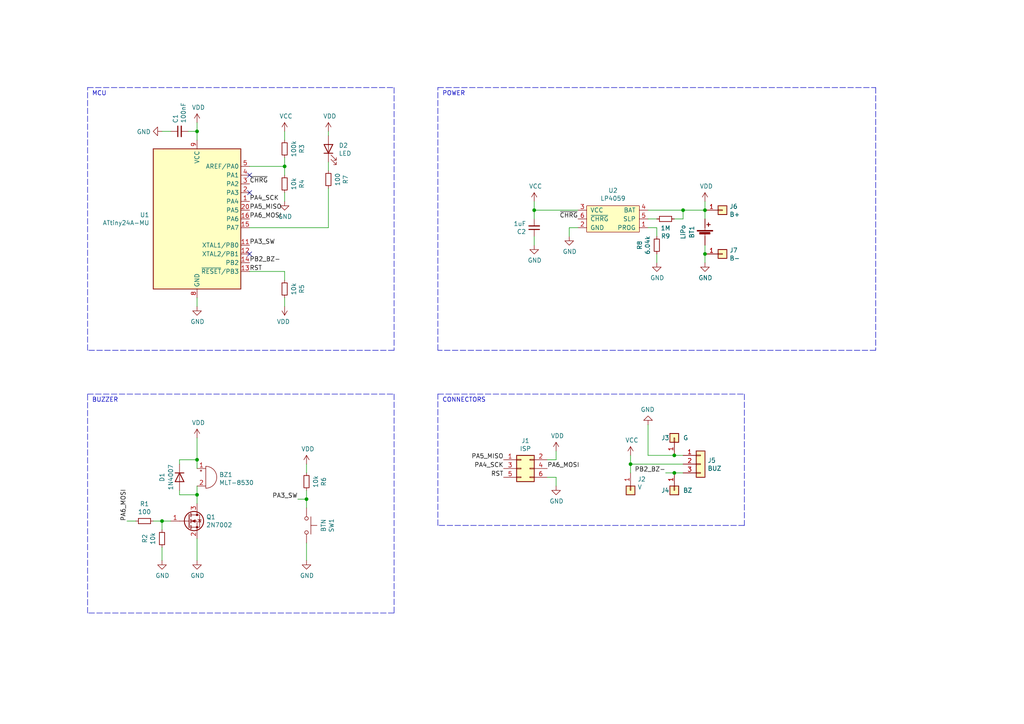
<source format=kicad_sch>
(kicad_sch (version 20211123) (generator eeschema)
  (paper "A4")
  (lib_symbols
    (symbol "Connector_Generic:Conn_01x01" (pin_names (offset 1.016) hide)
      (property "Reference" "J" (at 0 2.54 0))
      (property "Value" "Conn_01x01" (at 0 -2.54 0))
      (symbol "Conn_01x01_1_1"
        (rectangle (start -1.27 0.127) (end 0 -0.127) (stroke (width 0.1524)))
        (rectangle (start -1.27 1.27) (end 1.27 -1.27) (stroke (width 0.254)) (fill (type background)))
        (pin passive line (at -5.08 0 0) (length 3.81) (name "Pin_1") (number "1"))
      )
    )
    (symbol "Connector_Generic:Conn_01x03" (pin_names (offset 1.016) hide)
      (property "Reference" "J" (at 0 5.08 0))
      (property "Value" "Conn_01x03" (at 0 -5.08 0))
      (symbol "Conn_01x03_1_1"
        (rectangle (start -1.27 -2.413) (end 0 -2.667) (stroke (width 0.1524)))
        (rectangle (start -1.27 0.127) (end 0 -0.127) (stroke (width 0.1524)))
        (rectangle (start -1.27 2.667) (end 0 2.413) (stroke (width 0.1524)))
        (rectangle (start -1.27 3.81) (end 1.27 -3.81) (stroke (width 0.254)) (fill (type background)))
        (pin passive line (at -5.08 2.54 0) (length 3.81) (name "Pin_1") (number "1"))
        (pin passive line (at -5.08 0 0) (length 3.81) (name "Pin_2") (number "2"))
        (pin passive line (at -5.08 -2.54 0) (length 3.81) (name "Pin_3") (number "3"))
      )
    )
    (symbol "Connector_Generic:Conn_02x03_Odd_Even" (pin_names (offset 1.016) hide)
      (property "Reference" "J" (at 1.27 5.08 0))
      (property "Value" "Conn_02x03_Odd_Even" (at 1.27 -5.08 0))
      (symbol "Conn_02x03_Odd_Even_1_1"
        (rectangle (start -1.27 -2.413) (end 0 -2.667) (stroke (width 0.1524)))
        (rectangle (start -1.27 0.127) (end 0 -0.127) (stroke (width 0.1524)))
        (rectangle (start -1.27 2.667) (end 0 2.413) (stroke (width 0.1524)))
        (rectangle (start -1.27 3.81) (end 3.81 -3.81) (stroke (width 0.254)) (fill (type background)))
        (rectangle (start 3.81 -2.413) (end 2.54 -2.667) (stroke (width 0.1524)))
        (rectangle (start 3.81 0.127) (end 2.54 -0.127) (stroke (width 0.1524)))
        (rectangle (start 3.81 2.667) (end 2.54 2.413) (stroke (width 0.1524)))
        (pin passive line (at -5.08 2.54 0) (length 3.81) (name "Pin_1") (number "1"))
        (pin passive line (at 7.62 2.54 180) (length 3.81) (name "Pin_2") (number "2"))
        (pin passive line (at -5.08 0 0) (length 3.81) (name "Pin_3") (number "3"))
        (pin passive line (at 7.62 0 180) (length 3.81) (name "Pin_4") (number "4"))
        (pin passive line (at -5.08 -2.54 0) (length 3.81) (name "Pin_5") (number "5"))
        (pin passive line (at 7.62 -2.54 180) (length 3.81) (name "Pin_6") (number "6"))
      )
    )
    (symbol "Device:Battery_Cell" (pin_numbers hide) (pin_names (offset 0) hide)
      (property "Reference" "BT" (at 2.54 2.54 0))
      (property "Value" "Battery_Cell" (at 2.54 0 0))
      (symbol "Battery_Cell_0_1"
        (rectangle (start -2.286 1.778) (end 2.286 1.524) (fill (type outline)))
        (rectangle (start -1.5748 1.1938) (end 1.4732 0.6858) (fill (type outline)))
        (polyline (pts (xy 0 0.762) (xy 0 0)))
        (polyline (pts (xy 0 1.778) (xy 0 2.54)))
        (polyline (pts (xy 0.508 3.429) (xy 1.524 3.429)) (stroke (width 0.254)))
        (polyline (pts (xy 1.016 3.937) (xy 1.016 2.921)) (stroke (width 0.254)))
      )
      (symbol "Battery_Cell_1_1"
        (pin passive line (at 0 5.08 270) (length 2.54) (name "+") (number "1"))
        (pin passive line (at 0 -2.54 90) (length 2.54) (name "-") (number "2"))
      )
    )
    (symbol "Device:Buzzer" (pin_names (offset 0.0254) hide)
      (property "Reference" "BZ" (at 3.81 1.27 0))
      (property "Value" "Buzzer" (at 3.81 -1.27 0))
      (symbol "Buzzer_0_1"
        (arc (start 0 -3.175) (mid 3.175 0) (end 0 3.175))
        (polyline (pts (xy -1.651 1.905) (xy -1.143 1.905)))
        (polyline (pts (xy -1.397 2.159) (xy -1.397 1.651)))
        (polyline (pts (xy 0 3.175) (xy 0 -3.175)))
      )
      (symbol "Buzzer_1_1"
        (pin passive line (at -2.54 2.54 0) (length 2.54) (name "-") (number "1"))
        (pin passive line (at -2.54 -2.54 0) (length 2.54) (name "+") (number "2"))
      )
    )
    (symbol "Device:C_Small" (pin_numbers hide) (pin_names (offset 0.254) hide)
      (property "Reference" "C" (at 0.254 1.778 0))
      (property "Value" "C_Small" (at 0.254 -2.032 0))
      (symbol "C_Small_0_1"
        (polyline (pts (xy -1.524 -0.508) (xy 1.524 -0.508)) (stroke (width 0.3302)))
        (polyline (pts (xy -1.524 0.508) (xy 1.524 0.508)) (stroke (width 0.3048)))
      )
      (symbol "C_Small_1_1"
        (pin passive line (at 0 2.54 270) (length 2.032) (name "~") (number "1"))
        (pin passive line (at 0 -2.54 90) (length 2.032) (name "~") (number "2"))
      )
    )
    (symbol "Device:LED" (pin_numbers hide) (pin_names (offset 1.016) hide)
      (property "Reference" "D" (at 0 2.54 0))
      (property "Value" "LED" (at 0 -2.54 0))
      (symbol "LED_0_1"
        (polyline (pts (xy -1.27 -1.27) (xy -1.27 1.27)) (stroke (width 0.254)))
        (polyline (pts (xy -1.27 0) (xy 1.27 0)))
        (polyline (pts (xy 1.27 -1.27) (xy 1.27 1.27) (xy -1.27 0) (xy 1.27 -1.27)) (stroke (width 0.254)))
        (polyline (pts (xy -3.048 -0.762) (xy -4.572 -2.286) (xy -3.81 -2.286) (xy -4.572 -2.286) (xy -4.572 -1.524)))
        (polyline (pts (xy -1.778 -0.762) (xy -3.302 -2.286) (xy -2.54 -2.286) (xy -3.302 -2.286) (xy -3.302 -1.524)))
      )
      (symbol "LED_1_1"
        (pin passive line (at -3.81 0 0) (length 2.54) (name "K") (number "1"))
        (pin passive line (at 3.81 0 180) (length 2.54) (name "A") (number "2"))
      )
    )
    (symbol "Device:R_Small" (pin_numbers hide) (pin_names (offset 0.254) hide)
      (property "Reference" "R" (at 0.762 0.508 0))
      (property "Value" "R_Small" (at 0.762 -1.016 0))
      (symbol "R_Small_0_1"
        (rectangle (start -0.762 1.778) (end 0.762 -1.778) (stroke (width 0.2032)))
      )
      (symbol "R_Small_1_1"
        (pin passive line (at 0 2.54 270) (length 0.762) (name "~") (number "1"))
        (pin passive line (at 0 -2.54 90) (length 0.762) (name "~") (number "2"))
      )
    )
    (symbol "Diode:1N4007" (pin_numbers hide) (pin_names hide)
      (property "Reference" "D" (at 0 2.54 0))
      (property "Value" "1N4007" (at 0 -2.54 0))
      (symbol "1N4007_0_1"
        (polyline (pts (xy -1.27 1.27) (xy -1.27 -1.27)) (stroke (width 0.254)))
        (polyline (pts (xy 1.27 0) (xy -1.27 0)))
        (polyline (pts (xy 1.27 1.27) (xy 1.27 -1.27) (xy -1.27 0) (xy 1.27 1.27)) (stroke (width 0.254)))
      )
      (symbol "1N4007_1_1"
        (pin passive line (at -3.81 0 0) (length 2.54) (name "K") (number "1"))
        (pin passive line (at 3.81 0 180) (length 2.54) (name "A") (number "2"))
      )
    )
    (symbol "MCU_Microchip_ATtiny:ATtiny24A-M"
      (property "Reference" "U" (at -12.7 21.59 0))
      (property "Value" "ATtiny24A-M" (at 2.54 -21.59 0))
      (symbol "ATtiny24A-M_0_1"
        (rectangle (start -12.7 -20.32) (end 12.7 20.32) (stroke (width 0.254)) (fill (type background)))
      )
      (symbol "ATtiny24A-M_1_1"
        (pin bidirectional line (at 15.24 5.08 180) (length 2.54) (name "PA4") (number "1"))
        (pin no_connect line (at -12.7 -10.16 0) (length 2.54) hide (name "NC") (number "10"))
        (pin bidirectional line (at 15.24 -7.62 180) (length 2.54) (name "XTAL1/PB0") (number "11"))
        (pin bidirectional line (at 15.24 -10.16 180) (length 2.54) (name "XTAL2/PB1") (number "12"))
        (pin bidirectional line (at 15.24 -15.24 180) (length 2.54) (name "~{RESET}/PB3") (number "13"))
        (pin bidirectional line (at 15.24 -12.7 180) (length 2.54) (name "PB2") (number "14"))
        (pin bidirectional line (at 15.24 -2.54 180) (length 2.54) (name "PA7") (number "15"))
        (pin bidirectional line (at 15.24 0 180) (length 2.54) (name "PA6") (number "16"))
        (pin no_connect line (at -12.7 -12.7 0) (length 2.54) hide (name "NC") (number "17"))
        (pin no_connect line (at -12.7 -15.24 0) (length 2.54) hide (name "NC") (number "18"))
        (pin no_connect line (at -12.7 -17.78 0) (length 2.54) hide (name "NC") (number "19"))
        (pin bidirectional line (at 15.24 7.62 180) (length 2.54) (name "PA3") (number "2"))
        (pin bidirectional line (at 15.24 2.54 180) (length 2.54) (name "PA5") (number "20"))
        (pin passive line (at 0 -22.86 90) (length 2.54) hide (name "GND") (number "21"))
        (pin bidirectional line (at 15.24 10.16 180) (length 2.54) (name "PA2") (number "3"))
        (pin bidirectional line (at 15.24 12.7 180) (length 2.54) (name "PA1") (number "4"))
        (pin bidirectional line (at 15.24 15.24 180) (length 2.54) (name "AREF/PA0") (number "5"))
        (pin no_connect line (at -12.7 -5.08 0) (length 2.54) hide (name "NC") (number "6"))
        (pin no_connect line (at -12.7 -7.62 0) (length 2.54) hide (name "NC") (number "7"))
        (pin power_in line (at 0 -22.86 90) (length 2.54) (name "GND") (number "8"))
        (pin power_in line (at 0 22.86 270) (length 2.54) (name "VCC") (number "9"))
      )
    )
    (symbol "Switch:SW_Push" (pin_numbers hide) (pin_names (offset 1.016) hide)
      (property "Reference" "SW" (at 1.27 2.54 0))
      (property "Value" "SW_Push" (at 0 -1.524 0))
      (symbol "SW_Push_0_1"
        (circle (center -2.032 0) (radius 0.508))
        (polyline (pts (xy 0 1.27) (xy 0 3.048)))
        (polyline (pts (xy 2.54 1.27) (xy -2.54 1.27)))
        (circle (center 2.032 0) (radius 0.508))
        (pin passive line (at -5.08 0 0) (length 2.54) (name "1") (number "1"))
        (pin passive line (at 5.08 0 180) (length 2.54) (name "2") (number "2"))
      )
    )
    (symbol "Symbol_Misc:LP4059" (pin_names (offset 1.016))
      (property "Reference" "U" (at 0 5.08 0))
      (property "Value" "LP4059" (at 0 -5.08 0))
      (symbol "LP4059_0_1"
        (rectangle (start -7.62 3.81) (end 7.62 -3.81) (fill (type background)))
      )
      (symbol "LP4059_1_1"
        (pin passive line (at 10.16 -2.54 180) (length 2.54) (name "PROG") (number "1"))
        (pin passive line (at -10.16 -2.54 0) (length 2.54) (name "GND") (number "2"))
        (pin passive line (at -10.16 2.54 0) (length 2.54) (name "VCC") (number "3"))
        (pin passive line (at 10.16 2.54 180) (length 2.54) (name "BAT") (number "4"))
        (pin passive line (at 10.16 0 180) (length 2.54) (name "SLP") (number "5"))
        (pin passive line (at -10.16 0 0) (length 2.54) (name "~{CHRG}") (number "6"))
      )
    )
    (symbol "Transistor_FET:2N7002" (pin_names hide)
      (property "Reference" "Q" (at 5.08 1.905 0))
      (property "Value" "2N7002" (at 5.08 0 0))
      (symbol "2N7002_0_1"
        (polyline (pts (xy 0.254 0) (xy -2.54 0)))
        (polyline (pts (xy 0.254 1.905) (xy 0.254 -1.905)) (stroke (width 0.254)))
        (polyline (pts (xy 0.762 -1.27) (xy 0.762 -2.286)) (stroke (width 0.254)))
        (polyline (pts (xy 0.762 0.508) (xy 0.762 -0.508)) (stroke (width 0.254)))
        (polyline (pts (xy 0.762 2.286) (xy 0.762 1.27)) (stroke (width 0.254)))
        (polyline (pts (xy 2.54 2.54) (xy 2.54 1.778)))
        (polyline (pts (xy 2.54 -2.54) (xy 2.54 0) (xy 0.762 0)))
        (polyline (pts (xy 0.762 -1.778) (xy 3.302 -1.778) (xy 3.302 1.778) (xy 0.762 1.778)))
        (polyline (pts (xy 1.016 0) (xy 2.032 0.381) (xy 2.032 -0.381) (xy 1.016 0)) (fill (type outline)))
        (polyline (pts (xy 2.794 0.508) (xy 2.921 0.381) (xy 3.683 0.381) (xy 3.81 0.254)))
        (polyline (pts (xy 3.302 0.381) (xy 2.921 -0.254) (xy 3.683 -0.254) (xy 3.302 0.381)))
        (circle (center 1.651 0) (radius 2.794) (stroke (width 0.254)))
        (circle (center 2.54 -1.778) (radius 0.254) (fill (type outline)))
        (circle (center 2.54 1.778) (radius 0.254) (fill (type outline)))
      )
      (symbol "2N7002_1_1"
        (pin input line (at -5.08 0 0) (length 2.54) (name "G") (number "1"))
        (pin passive line (at 2.54 -5.08 90) (length 2.54) (name "S") (number "2"))
        (pin passive line (at 2.54 5.08 270) (length 2.54) (name "D") (number "3"))
      )
    )
    (symbol "power:GND" (power) (pin_names (offset 0))
      (property "Value" "GND" (at 0 -3.81 0))
      (symbol "GND_0_1"
        (polyline (pts (xy 0 0) (xy 0 -1.27) (xy 1.27 -1.27) (xy 0 -2.54) (xy -1.27 -1.27) (xy 0 -1.27)))
      )
      (symbol "GND_1_1"
        (pin power_in line (at 0 0 270) (length 0) hide (name "GND") (number "1"))
      )
    )
    (symbol "power:VCC" (power) (pin_names (offset 0))
      (property "Value" "VCC" (at 0 3.81 0))
      (symbol "VCC_0_1"
        (polyline (pts (xy -0.762 1.27) (xy 0 2.54)))
        (polyline (pts (xy 0 0) (xy 0 2.54)))
        (polyline (pts (xy 0 2.54) (xy 0.762 1.27)))
      )
      (symbol "VCC_1_1"
        (pin power_in line (at 0 0 90) (length 0) hide (name "VCC") (number "1"))
      )
    )
    (symbol "power:VDD" (power) (pin_names (offset 0))
      (property "Value" "VDD" (at 0 3.81 0))
      (symbol "VDD_0_1"
        (polyline (pts (xy -0.762 1.27) (xy 0 2.54)))
        (polyline (pts (xy 0 0) (xy 0 2.54)))
        (polyline (pts (xy 0 2.54) (xy 0.762 1.27)))
      )
      (symbol "VDD_1_1"
        (pin power_in line (at 0 0 90) (length 0) hide (name "VDD") (number "1"))
      )
    )
  )
  (junction (at 198.12 60.96))
  (junction (at 195.58 137.16))
  (junction (at 154.94 60.96))
  (junction (at 204.47 60.96))
  (junction (at 204.47 73.66))
  (junction (at 182.88 134.62))
  (junction (at 57.15 38.1))
  (junction (at 57.15 133.35))
  (junction (at 195.58 132.08))
  (junction (at 46.99 151.13))
  (junction (at 82.55 48.26))
  (junction (at 88.9 144.78))
  (junction (at 57.15 143.51))
  (no_connect (at 72.39 73.66))
  (no_connect (at 72.39 55.88))
  (no_connect (at 72.39 50.8))
  (wire (pts (xy 95.25 39.37) (xy 95.25 38.1)))
  (wire (pts (xy 82.55 58.42) (xy 82.55 55.88)))
  (wire (pts (xy 57.15 133.35) (xy 57.15 127)))
  (wire (pts (xy 161.29 138.43) (xy 158.75 138.43)))
  (wire (pts (xy 161.29 130.81) (xy 161.29 133.35)))
  (wire (pts (xy 204.47 63.5) (xy 204.47 60.96)))
  (wire (pts (xy 95.25 54.61) (xy 95.25 66.04)))
  (wire (pts (xy 161.29 140.97) (xy 161.29 138.43)))
  (polyline (pts (xy 114.3 114.3) (xy 114.3 177.8)))
  (wire (pts (xy 72.39 48.26) (xy 82.55 48.26)))
  (wire (pts (xy 187.96 66.04) (xy 190.5 66.04)))
  (wire (pts (xy 46.99 153.67) (xy 46.99 151.13)))
  (polyline (pts (xy 215.9 114.3) (xy 215.9 152.4)))
  (wire (pts (xy 46.99 151.13) (xy 44.45 151.13)))
  (wire (pts (xy 204.47 73.66) (xy 204.47 76.2)))
  (wire (pts (xy 88.9 157.48) (xy 88.9 162.56)))
  (wire (pts (xy 82.55 78.74) (xy 82.55 81.28)))
  (wire (pts (xy 52.07 143.51) (xy 57.15 143.51)))
  (wire (pts (xy 154.94 60.96) (xy 167.64 60.96)))
  (wire (pts (xy 57.15 86.36) (xy 57.15 88.9)))
  (wire (pts (xy 88.9 137.16) (xy 88.9 134.62)))
  (wire (pts (xy 88.9 144.78) (xy 88.9 147.32)))
  (wire (pts (xy 187.96 60.96) (xy 198.12 60.96)))
  (wire (pts (xy 57.15 38.1) (xy 54.61 38.1)))
  (wire (pts (xy 82.55 48.26) (xy 82.55 50.8)))
  (wire (pts (xy 57.15 156.21) (xy 57.15 162.56)))
  (wire (pts (xy 198.12 132.08) (xy 195.58 132.08)))
  (wire (pts (xy 190.5 73.66) (xy 190.5 76.2)))
  (polyline (pts (xy 25.4 114.3) (xy 114.3 114.3)))
  (polyline (pts (xy 114.3 25.4) (xy 114.3 101.6)))
  (wire (pts (xy 195.58 132.08) (xy 187.96 132.08)))
  (wire (pts (xy 72.39 78.74) (xy 82.55 78.74)))
  (wire (pts (xy 49.53 38.1) (xy 46.99 38.1)))
  (polyline (pts (xy 127 114.3) (xy 215.9 114.3)))
  (wire (pts (xy 165.1 68.58) (xy 165.1 66.04)))
  (polyline (pts (xy 114.3 177.8) (xy 25.4 177.8)))
  (wire (pts (xy 52.07 133.35) (xy 57.15 133.35)))
  (polyline (pts (xy 127 25.4) (xy 254 25.4)))
  (wire (pts (xy 82.55 88.9) (xy 82.55 86.36)))
  (wire (pts (xy 154.94 60.96) (xy 154.94 63.5)))
  (polyline (pts (xy 215.9 152.4) (xy 127 152.4)))
  (polyline (pts (xy 254 25.4) (xy 254 101.6)))
  (wire (pts (xy 187.96 132.08) (xy 187.96 123.19)))
  (wire (pts (xy 57.15 35.56) (xy 57.15 38.1)))
  (polyline (pts (xy 254 101.6) (xy 127 101.6)))
  (wire (pts (xy 182.88 132.08) (xy 182.88 134.62)))
  (wire (pts (xy 154.94 71.12) (xy 154.94 68.58)))
  (wire (pts (xy 57.15 135.89) (xy 57.15 133.35)))
  (wire (pts (xy 57.15 140.97) (xy 57.15 143.51)))
  (wire (pts (xy 198.12 63.5) (xy 198.12 60.96)))
  (wire (pts (xy 195.58 137.16) (xy 193.04 137.16)))
  (wire (pts (xy 187.96 63.5) (xy 190.5 63.5)))
  (wire (pts (xy 88.9 144.78) (xy 86.36 144.78)))
  (wire (pts (xy 195.58 63.5) (xy 198.12 63.5)))
  (polyline (pts (xy 127 152.4) (xy 127 114.3)))
  (polyline (pts (xy 25.4 101.6) (xy 25.4 25.4)))
  (wire (pts (xy 57.15 38.1) (xy 57.15 40.64)))
  (wire (pts (xy 182.88 134.62) (xy 182.88 137.16)))
  (polyline (pts (xy 25.4 25.4) (xy 114.3 25.4)))
  (wire (pts (xy 52.07 142.24) (xy 52.07 143.51)))
  (wire (pts (xy 57.15 143.51) (xy 57.15 146.05)))
  (wire (pts (xy 52.07 134.62) (xy 52.07 133.35)))
  (wire (pts (xy 198.12 137.16) (xy 195.58 137.16)))
  (wire (pts (xy 198.12 60.96) (xy 204.47 60.96)))
  (wire (pts (xy 46.99 158.75) (xy 46.99 162.56)))
  (wire (pts (xy 82.55 40.64) (xy 82.55 38.1)))
  (wire (pts (xy 165.1 66.04) (xy 167.64 66.04)))
  (wire (pts (xy 46.99 151.13) (xy 49.53 151.13)))
  (wire (pts (xy 82.55 45.72) (xy 82.55 48.26)))
  (wire (pts (xy 88.9 142.24) (xy 88.9 144.78)))
  (polyline (pts (xy 127 101.6) (xy 127 25.4)))
  (wire (pts (xy 198.12 134.62) (xy 182.88 134.62)))
  (polyline (pts (xy 114.3 101.6) (xy 25.4 101.6)))
  (polyline (pts (xy 25.4 177.8) (xy 25.4 114.3)))
  (wire (pts (xy 39.37 151.13) (xy 36.83 151.13)))
  (wire (pts (xy 204.47 60.96) (xy 204.47 58.42)))
  (wire (pts (xy 95.25 49.53) (xy 95.25 46.99)))
  (wire (pts (xy 161.29 133.35) (xy 158.75 133.35)))
  (wire (pts (xy 204.47 71.12) (xy 204.47 73.66)))
  (wire (pts (xy 154.94 58.42) (xy 154.94 60.96)))
  (wire (pts (xy 95.25 66.04) (xy 72.39 66.04)))
  (wire (pts (xy 190.5 66.04) (xy 190.5 68.58)))
  (text "POWER" (at 128.27 27.94 0) (effects (font (size 1.27 1.27)) (justify left bottom)))
  (text "MCU" (at 26.67 27.94 0) (effects (font (size 1.27 1.27)) (justify left bottom)))
  (text "BUZZER\n" (at 26.67 116.84 0) (effects (font (size 1.27 1.27)) (justify left bottom)))
  (text "CONNECTORS" (at 128.27 116.84 0) (effects (font (size 1.27 1.27)) (justify left bottom)))
  (label "PA5_MISO" (at 146.05 133.35 180))
  (label "PA3_SW" (at 72.39 71.12 0))
  (label "PA6_MOSI" (at 158.75 135.89 0))
  (label "PA6_MOSI" (at 36.83 151.13 90))
  (label "PA5_MISO" (at 72.39 60.96 0))
  (label "~{CHRG}" (at 72.39 53.34 0))
  (label "~{CHRG}" (at 167.64 63.5 180))
  (label "PA6_MOSI" (at 72.39 63.5 0))
  (label "RST" (at 146.05 138.43 180))
  (label "PA4_SCK" (at 72.39 58.42 0))
  (label "PA3_SW" (at 86.36 144.78 180))
  (label "RST" (at 72.39 78.74 0))
  (label "PB2_BZ-" (at 193.04 137.16 180))
  (label "PA4_SCK" (at 146.05 135.89 180))
  (label "PB2_BZ-" (at 72.39 76.2 0))
  (symbol (lib_id "Symbol_Misc:LP4059") (at 177.8 63.5 0) (unit 1)
    (property "Reference" "U2" (at 177.8 55.245 0))
    (property "Value" "LP4059" (at 177.8 57.5564 0))
    (property "Footprint" "Package_DFN_QFN:DFN-6-1EP_2x2mm_P0.65mm_EP1x1.6mm" (effects hide))
    (property "Datasheet" "https://datasheet.lcsc.com/lcsc/2004281203_LOWPOWER-LP4059QVF_C517025.pdf" (effects hide))
    (property "LCSC" "C517025" (effects hide))
  )
  (symbol (lib_id "power:GND") (at 57.15 88.9 0) (unit 1)
    (property "Reference" "#PWR04" (effects hide))
    (property "Value" "GND" (at 57.277 93.2942 0))
  )
  (symbol (lib_id "MCU_Microchip_ATtiny:ATtiny24A-M") (at 57.15 63.5 0) (unit 1)
    (property "Reference" "U1" (at 43.3324 62.3316 0) (effects (justify right)))
    (property "Value" "ATtiny24A-MU" (at 43.3324 64.643 0) (effects (justify right)))
    (property "Footprint" "Package_DFN_QFN:QFN-20-1EP_4x4mm_P0.5mm_EP2.6x2.6mm" (effects hide))
    (property "Datasheet" "http://ww1.microchip.com/downloads/en/DeviceDoc/doc8183.pdf" (effects hide))
    (property "LCSC" "C19354" (effects hide))
  )
  (symbol (lib_id "Device:Buzzer") (at 59.69 138.43 0) (unit 1)
    (property "Reference" "BZ1" (at 63.5508 137.6934 0) (effects (justify left)))
    (property "Value" "MLT-8530" (at 63.5508 140.0048 0) (effects (justify left)))
    (property "Footprint" "Buzzer_Beeper:MagneticBuzzer_CUI_CMT-8504-100-SMT" (effects hide))
    (property "LCSC" "C94599" (effects hide))
  )
  (symbol (lib_id "Diode:1N4007") (at 52.07 138.43 270) (unit 1)
    (property "Reference" "D1" (at 46.99 138.43 0))
    (property "Value" "1N4007" (at 49.53 138.43 0))
    (property "Footprint" "Diode_SMD:D_SOD-323" (effects hide))
    (property "Datasheet" "http://www.vishay.com/docs/88503/1n4001.pdf" (effects hide))
    (property "LCSC" "C193404" (effects hide))
  )
  (symbol (lib_id "power:GND") (at 46.99 38.1 270) (unit 1)
    (property "Reference" "#PWR01" (effects hide))
    (property "Value" "GND" (at 43.7388 38.227 90) (effects (justify right)))
  )
  (symbol (lib_id "Connector_Generic:Conn_02x03_Odd_Even") (at 151.13 135.89 0) (unit 1)
    (property "Reference" "J1" (at 152.4 127.8382 0))
    (property "Value" "ISP" (at 152.4 130.1496 0))
    (property "Footprint" "Connector_PinHeader_1.27mm:PinHeader_2x03_P1.27mm_Vertical_SMD" (effects hide))
    (property "LCSC" "C59981" (effects hide))
  )
  (symbol (lib_id "Connector_Generic:Conn_01x03") (at 203.2 134.62 0) (unit 1)
    (property "Reference" "J5" (at 205.232 133.5532 0) (effects (justify left)))
    (property "Value" "BUZ" (at 205.232 135.8646 0) (effects (justify left)))
    (property "Footprint" "Connector_JST:JST_SH_SM03B-SRSS-TB_1x03-1MP_P1.00mm_Horizontal" (effects hide))
    (property "LCSC" "C541845" (effects hide))
  )
  (symbol (lib_id "Device:R_Small") (at 82.55 83.82 180) (unit 1)
    (property "Reference" "R5" (at 87.5284 83.82 90))
    (property "Value" "10k" (at 85.217 83.82 90))
    (property "Footprint" "Resistor_SMD:R_0402_1005Metric" (effects hide))
    (property "LCSC" "C60489" (effects hide))
  )
  (symbol (lib_id "Device:C_Small") (at 52.07 38.1 90) (unit 1)
    (property "Reference" "C1" (at 50.9016 35.7632 0) (effects (justify left)))
    (property "Value" "100nF" (at 53.213 35.7632 0) (effects (justify left)))
    (property "Footprint" "Capacitor_SMD:C_0402_1005Metric" (effects hide))
    (property "LCSC" "C60474" (effects hide))
  )
  (symbol (lib_id "power:VDD") (at 204.47 58.42 0) (unit 1)
    (property "Reference" "#PWR021" (effects hide))
    (property "Value" "VDD" (at 204.851 54.0258 0))
  )
  (symbol (lib_id "Switch:SW_Push") (at 88.9 152.4 270) (unit 1)
    (property "Reference" "SW1" (at 96.139 152.4 0))
    (property "Value" "BTN" (at 93.8276 152.4 0))
    (property "Footprint" "Button_Switch_SMD:SW_Push_SPST_NO_Alps_SKRK" (effects hide))
    (property "LCSC" "C557591" (effects hide))
  )
  (symbol (lib_id "Device:R_Small") (at 88.9 139.7 180) (unit 1)
    (property "Reference" "R6" (at 93.8784 139.7 90))
    (property "Value" "10k" (at 91.567 139.7 90))
    (property "Footprint" "Resistor_SMD:R_0402_1005Metric" (effects hide))
    (property "LCSC" "C60489" (effects hide))
  )
  (symbol (lib_id "power:VDD") (at 57.15 35.56 0) (unit 1)
    (property "Reference" "#PWR03" (effects hide))
    (property "Value" "VDD" (at 57.531 31.1658 0))
  )
  (symbol (lib_id "power:VDD") (at 82.55 88.9 180) (unit 1)
    (property "Reference" "#PWR09" (effects hide))
    (property "Value" "VDD" (at 82.169 93.2942 0))
  )
  (symbol (lib_id "power:GND") (at 187.96 123.19 180) (unit 1)
    (property "Reference" "#PWR019" (effects hide))
    (property "Value" "GND" (at 187.833 118.7958 0))
  )
  (symbol (lib_id "power:VCC") (at 182.88 132.08 0) (unit 1)
    (property "Reference" "#PWR018" (effects hide))
    (property "Value" "VCC" (at 183.261 127.6858 0))
  )
  (symbol (lib_id "Device:R_Small") (at 190.5 71.12 0) (unit 1)
    (property "Reference" "R8" (at 185.5216 71.12 90))
    (property "Value" "6.04k" (at 187.833 71.12 90))
    (property "Footprint" "Resistor_SMD:R_0402_1005Metric" (effects hide))
    (property "LCSC" "C25913" (effects hide))
  )
  (symbol (lib_id "power:GND") (at 190.5 76.2 0) (unit 1)
    (property "Reference" "#PWR020" (effects hide))
    (property "Value" "GND" (at 190.627 80.5942 0))
  )
  (symbol (lib_id "Device:R_Small") (at 193.04 63.5 90) (unit 1)
    (property "Reference" "R9" (at 193.04 68.4784 90))
    (property "Value" "1M" (at 193.04 66.167 90))
    (property "Footprint" "Resistor_SMD:R_0402_1005Metric" (effects hide))
    (property "LCSC" "C26087" (effects hide))
  )
  (symbol (lib_id "power:GND") (at 165.1 68.58 0) (unit 1)
    (property "Reference" "#PWR017" (effects hide))
    (property "Value" "GND" (at 165.227 72.9742 0))
  )
  (symbol (lib_id "Transistor_FET:2N7002") (at 54.61 151.13 0) (unit 1)
    (property "Reference" "Q1" (at 59.7916 149.9616 0) (effects (justify left)))
    (property "Value" "2N7002" (at 59.7916 152.273 0) (effects (justify left)))
    (property "Footprint" "Package_TO_SOT_SMD:SOT-23" (effects hide))
    (property "Datasheet" "https://www.onsemi.com/pub/Collateral/NDS7002A-D.PDF" (effects hide))
    (property "LCSC" "C65189" (effects hide))
  )
  (symbol (lib_id "power:VCC") (at 154.94 58.42 0) (unit 1)
    (property "Reference" "#PWR013" (effects hide))
    (property "Value" "VCC" (at 155.321 54.0258 0))
  )
  (symbol (lib_id "Device:C_Small") (at 154.94 66.04 180) (unit 1)
    (property "Reference" "C2" (at 152.6032 67.2084 0) (effects (justify left)))
    (property "Value" "1uF" (at 152.6032 64.897 0) (effects (justify left)))
    (property "Footprint" "Capacitor_SMD:C_0402_1005Metric" (effects hide))
    (property "LCSC" "C92755" (effects hide))
  )
  (symbol (lib_id "power:GND") (at 204.47 76.2 0) (unit 1)
    (property "Reference" "#PWR022" (effects hide))
    (property "Value" "GND" (at 204.597 80.5942 0))
  )
  (symbol (lib_id "power:GND") (at 154.94 71.12 0) (unit 1)
    (property "Reference" "#PWR014" (effects hide))
    (property "Value" "GND" (at 155.067 75.5142 0))
  )
  (symbol (lib_id "Connector_Generic:Conn_01x01") (at 209.55 60.96 0) (unit 1)
    (property "Reference" "J6" (at 211.582 59.8932 0) (effects (justify left)))
    (property "Value" "B+" (at 211.582 62.2046 0) (effects (justify left)))
    (property "Footprint" "TestPoint:TestPoint_Pad_D1.0mm" (effects hide))
  )
  (symbol (lib_id "Connector_Generic:Conn_01x01") (at 209.55 73.66 0) (unit 1)
    (property "Reference" "J7" (at 211.582 72.5932 0) (effects (justify left)))
    (property "Value" "B-" (at 211.582 74.9046 0) (effects (justify left)))
    (property "Footprint" "TestPoint:TestPoint_Pad_1.0x1.0mm" (effects hide))
  )
  (symbol (lib_id "Connector_Generic:Conn_01x01") (at 195.58 127 90) (unit 1)
    (property "Reference" "J3" (at 191.77 127 90) (effects (justify right)))
    (property "Value" "G" (at 198.12 127 90) (effects (justify right)))
    (property "Footprint" "TestPoint:TestPoint_Pad_1.0x1.0mm" (effects hide))
  )
  (symbol (lib_id "Connector_Generic:Conn_01x01") (at 182.88 142.24 270) (unit 1)
    (property "Reference" "J2" (at 184.912 138.9888 90) (effects (justify left)))
    (property "Value" "V" (at 184.912 141.3002 90) (effects (justify left)))
    (property "Footprint" "TestPoint:TestPoint_Pad_1.0x1.0mm" (effects hide))
  )
  (symbol (lib_id "Connector_Generic:Conn_01x01") (at 195.58 142.24 270) (unit 1)
    (property "Reference" "J4" (at 191.77 142.24 90) (effects (justify left)))
    (property "Value" "BZ" (at 198.12 142.24 90) (effects (justify left)))
    (property "Footprint" "TestPoint:TestPoint_Pad_1.0x1.0mm" (effects hide))
  )
  (symbol (lib_id "Device:Battery_Cell") (at 204.47 68.58 0) (unit 1)
    (property "Reference" "BT1" (at 200.66 67.31 90))
    (property "Value" "LiPo" (at 198.12 67.31 90))
  )
  (symbol (lib_id "power:VDD") (at 57.15 127 0) (unit 1)
    (property "Reference" "#PWR05" (effects hide))
    (property "Value" "VDD" (at 57.531 122.6058 0))
  )
  (symbol (lib_id "Device:R_Small") (at 46.99 156.21 0) (unit 1)
    (property "Reference" "R2" (at 42.0116 156.21 90))
    (property "Value" "10k" (at 44.323 156.21 90))
    (property "Footprint" "Resistor_SMD:R_0402_1005Metric" (effects hide))
    (property "LCSC" "C60489" (effects hide))
  )
  (symbol (lib_id "Device:R_Small") (at 41.91 151.13 270) (unit 1)
    (property "Reference" "R1" (at 41.91 146.1516 90))
    (property "Value" "100" (at 41.91 148.463 90))
    (property "Footprint" "Resistor_SMD:R_0402_1005Metric" (effects hide))
    (property "LCSC" "C106233" (effects hide))
  )
  (symbol (lib_id "power:GND") (at 46.99 162.56 0) (unit 1)
    (property "Reference" "#PWR02" (effects hide))
    (property "Value" "GND" (at 47.117 166.9542 0))
  )
  (symbol (lib_id "power:GND") (at 57.15 162.56 0) (unit 1)
    (property "Reference" "#PWR06" (effects hide))
    (property "Value" "GND" (at 57.277 166.9542 0))
  )
  (symbol (lib_id "Device:LED") (at 95.25 43.18 90) (unit 1)
    (property "Reference" "D2" (at 98.2472 42.1894 90) (effects (justify right)))
    (property "Value" "LED" (at 98.2472 44.5008 90) (effects (justify right)))
    (property "Footprint" "LED_SMD:LED_0603_1608Metric" (effects hide))
    (property "LCSC" "C72041" (effects hide))
  )
  (symbol (lib_id "Device:R_Small") (at 95.25 52.07 180) (unit 1)
    (property "Reference" "R7" (at 100.2284 52.07 90))
    (property "Value" "100" (at 97.917 52.07 90))
    (property "Footprint" "Resistor_SMD:R_0402_1005Metric" (effects hide))
    (property "LCSC" "C106233" (effects hide))
  )
  (symbol (lib_id "power:VDD") (at 95.25 38.1 0) (unit 1)
    (property "Reference" "#PWR012" (effects hide))
    (property "Value" "VDD" (at 95.631 33.7058 0))
  )
  (symbol (lib_id "power:VDD") (at 161.29 130.81 0) (unit 1)
    (property "Reference" "#PWR015" (effects hide))
    (property "Value" "VDD" (at 161.671 126.4158 0))
  )
  (symbol (lib_id "power:GND") (at 161.29 140.97 0) (unit 1)
    (property "Reference" "#PWR016" (effects hide))
    (property "Value" "GND" (at 161.417 145.3642 0))
  )
  (symbol (lib_id "power:GND") (at 88.9 162.56 0) (unit 1)
    (property "Reference" "#PWR011" (effects hide))
    (property "Value" "GND" (at 89.027 166.9542 0))
  )
  (symbol (lib_id "power:VDD") (at 88.9 134.62 0) (unit 1)
    (property "Reference" "#PWR010" (effects hide))
    (property "Value" "VDD" (at 89.281 130.2258 0))
  )
  (symbol (lib_id "Device:R_Small") (at 82.55 53.34 180) (unit 1)
    (property "Reference" "R4" (at 87.5284 53.34 90))
    (property "Value" "10k" (at 85.217 53.34 90))
    (property "Footprint" "Resistor_SMD:R_0402_1005Metric" (effects hide))
    (property "LCSC" "C60489" (effects hide))
  )
  (symbol (lib_id "Device:R_Small") (at 82.55 43.18 180) (unit 1)
    (property "Reference" "R3" (at 87.5284 43.18 90))
    (property "Value" "100k" (at 85.217 43.18 90))
    (property "Footprint" "Resistor_SMD:R_0402_1005Metric" (effects hide))
    (property "LCSC" "C106234" (effects hide))
  )
  (symbol (lib_id "power:VCC") (at 82.55 38.1 0) (unit 1)
    (property "Reference" "#PWR07" (effects hide))
    (property "Value" "VCC" (at 82.931 33.7058 0))
  )
  (symbol (lib_id "power:GND") (at 82.55 58.42 0) (unit 1)
    (property "Reference" "#PWR08" (effects hide))
    (property "Value" "GND" (at 82.677 62.8142 0))
  )
)
</source>
